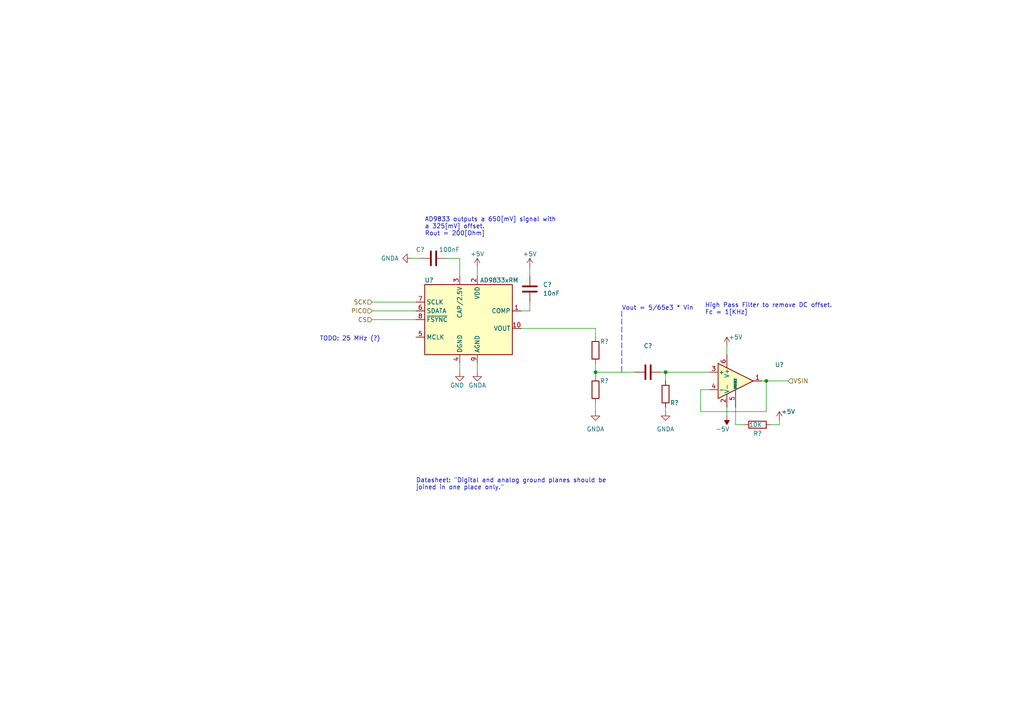
<source format=kicad_sch>
(kicad_sch (version 20211123) (generator eeschema)
  (paper "A4")
  (lib_symbols
    (symbol "Amplifier_Operational:ADA4807-1" (pin_names (offset 0.127))
      (property "Reference" "U" (at 1.27 3.81 0))
      (property "Value" "ADA4807-1" (at 1.27 -3.81 0))
      (symbol "ADA4807-1_0_1"
        (polyline (pts (xy -5.08 5.08) (xy 5.08 0) (xy -5.08 -5.08) (xy -5.08 5.08)) (stroke (width 0.254)) (fill (type background)))
      )
      (symbol "ADA4807-1_1_1"
        (pin output line (at 7.62 0 180) (length 2.54) (name "~") (number "1"))
        (pin power_in line (at -2.54 -7.62 90) (length 3.81) (name "V-") (number "2"))
        (pin input line (at -7.62 2.54 0) (length 2.54) (name "+") (number "3"))
        (pin input line (at -7.62 -2.54 0) (length 2.54) (name "-") (number "4"))
        (pin input line (at 0 -7.62 90) (length 5.08) (name "~{DISABLE}") (number "5"))
        (pin power_in line (at -2.54 7.62 270) (length 3.81) (name "V+") (number "6"))
      )
    )
    (symbol "Device:C" (pin_numbers hide) (pin_names (offset 0.254))
      (property "Reference" "C" (at 0.635 2.54 0))
      (property "Value" "C" (at 0.635 -2.54 0))
      (symbol "C_0_1"
        (polyline (pts (xy -2.032 -0.762) (xy 2.032 -0.762)) (stroke (width 0.508)))
        (polyline (pts (xy -2.032 0.762) (xy 2.032 0.762)) (stroke (width 0.508)))
      )
      (symbol "C_1_1"
        (pin passive line (at 0 3.81 270) (length 2.794) (name "~") (number "1"))
        (pin passive line (at 0 -3.81 90) (length 2.794) (name "~") (number "2"))
      )
    )
    (symbol "Device:R" (pin_numbers hide) (pin_names (offset 0))
      (property "Reference" "R" (at 2.032 0 90))
      (property "Value" "R" (at 0 0 90))
      (symbol "R_0_1"
        (rectangle (start -1.016 -2.54) (end 1.016 2.54) (stroke (width 0.254)))
      )
      (symbol "R_1_1"
        (pin passive line (at 0 3.81 270) (length 1.27) (name "~") (number "1"))
        (pin passive line (at 0 -3.81 90) (length 1.27) (name "~") (number "2"))
      )
    )
    (symbol "Interface:AD9833xRM"
      (property "Reference" "U" (at -12.7 11.43 0))
      (property "Value" "AD9833xRM" (at 5.08 11.43 0))
      (symbol "AD9833xRM_0_1"
        (rectangle (start -12.7 10.16) (end 12.7 -10.16) (stroke (width 0.254)) (fill (type background)))
      )
      (symbol "AD9833xRM_1_1"
        (pin passive line (at 15.24 2.54 180) (length 2.54) (name "COMP") (number "1"))
        (pin output line (at 15.24 -2.54 180) (length 2.54) (name "VOUT") (number "10"))
        (pin power_in line (at 2.54 12.7 270) (length 2.54) (name "VDD") (number "2"))
        (pin power_in line (at -2.54 12.7 270) (length 2.54) (name "CAP/2.5V") (number "3"))
        (pin power_in line (at -2.54 -12.7 90) (length 2.54) (name "DGND") (number "4"))
        (pin input line (at -15.24 -5.08 0) (length 2.54) (name "MCLK") (number "5"))
        (pin input line (at -15.24 2.54 0) (length 2.54) (name "SDATA") (number "6"))
        (pin input line (at -15.24 5.08 0) (length 2.54) (name "SCLK") (number "7"))
        (pin input line (at -15.24 0 0) (length 2.54) (name "~{FSYNC}") (number "8"))
        (pin power_in line (at 2.54 -12.7 90) (length 2.54) (name "AGND") (number "9"))
      )
    )
    (symbol "power:+5V" (power) (pin_names (offset 0))
      (property "Value" "+5V" (at 0 3.556 0))
      (symbol "+5V_0_1"
        (polyline (pts (xy -0.762 1.27) (xy 0 2.54)))
        (polyline (pts (xy 0 0) (xy 0 2.54)))
        (polyline (pts (xy 0 2.54) (xy 0.762 1.27)))
      )
      (symbol "+5V_1_1"
        (pin power_in line (at 0 0 90) (length 0) hide (name "+5V") (number "1"))
      )
    )
    (symbol "power:-5V" (power) (pin_names (offset 0))
      (property "Value" "-5V" (at 0 3.81 0))
      (symbol "-5V_0_0"
        (pin power_in line (at 0 0 90) (length 0) hide (name "-5V") (number "1"))
      )
      (symbol "-5V_0_1"
        (polyline (pts (xy 0 0) (xy 0 1.27) (xy 0.762 1.27) (xy 0 2.54) (xy -0.762 1.27) (xy 0 1.27)) (fill (type outline)))
      )
    )
    (symbol "power:GND" (power) (pin_names (offset 0))
      (property "Value" "GND" (at 0 -3.81 0))
      (symbol "GND_0_1"
        (polyline (pts (xy 0 0) (xy 0 -1.27) (xy 1.27 -1.27) (xy 0 -2.54) (xy -1.27 -1.27) (xy 0 -1.27)))
      )
      (symbol "GND_1_1"
        (pin power_in line (at 0 0 270) (length 0) hide (name "GND") (number "1"))
      )
    )
    (symbol "power:GNDA" (power) (pin_names (offset 0))
      (property "Value" "GNDA" (at 0 -3.81 0))
      (symbol "GNDA_0_1"
        (polyline (pts (xy 0 0) (xy 0 -1.27) (xy 1.27 -1.27) (xy 0 -2.54) (xy -1.27 -1.27) (xy 0 -1.27)))
      )
      (symbol "GNDA_1_1"
        (pin power_in line (at 0 0 270) (length 0) hide (name "GNDA") (number "1"))
      )
    )
  )
  (junction (at 193.04 107.95))
  (junction (at 172.72 107.95))
  (junction (at 222.25 110.49))
  (wire (pts (xy 203.2 113.03) (xy 203.2 119.38)))
  (wire (pts (xy 203.2 119.38) (xy 222.25 119.38)))
  (wire (pts (xy 107.95 87.63) (xy 120.65 87.63)))
  (wire (pts (xy 172.72 95.25) (xy 172.72 97.79)))
  (wire (pts (xy 226.06 121.92) (xy 226.06 123.19)))
  (wire (pts (xy 193.04 118.11) (xy 193.04 119.38)))
  (wire (pts (xy 107.95 90.17) (xy 120.65 90.17)))
  (wire (pts (xy 222.25 110.49) (xy 220.98 110.49)))
  (wire (pts (xy 193.04 107.95) (xy 205.74 107.95)))
  (wire (pts (xy 223.52 123.19) (xy 226.06 123.19)))
  (wire (pts (xy 172.72 116.84) (xy 172.72 119.38)))
  (wire (pts (xy 193.04 107.95) (xy 193.04 110.49)))
  (wire (pts (xy 107.95 92.71) (xy 120.65 92.71)))
  (wire (pts (xy 191.77 107.95) (xy 193.04 107.95)))
  (wire (pts (xy 133.35 105.41) (xy 133.35 107.95)))
  (wire (pts (xy 222.25 110.49) (xy 228.6 110.49)))
  (wire (pts (xy 213.36 118.11) (xy 213.36 123.19)))
  (wire (pts (xy 151.13 95.25) (xy 172.72 95.25)))
  (wire (pts (xy 222.25 119.38) (xy 222.25 110.49)))
  (wire (pts (xy 119.38 74.93) (xy 121.92 74.93)))
  (wire (pts (xy 153.67 90.17) (xy 151.13 90.17)))
  (wire (pts (xy 133.35 80.01) (xy 133.35 74.93)))
  (wire (pts (xy 172.72 107.95) (xy 184.15 107.95)))
  (wire (pts (xy 172.72 105.41) (xy 172.72 107.95)))
  (wire (pts (xy 153.67 87.63) (xy 153.67 90.17)))
  (polyline (pts (xy 180.34 90.17) (xy 180.34 107.95)))
  (wire (pts (xy 210.82 100.33) (xy 210.82 102.87)))
  (wire (pts (xy 153.67 77.47) (xy 153.67 80.01)))
  (wire (pts (xy 138.43 77.47) (xy 138.43 80.01)))
  (wire (pts (xy 133.35 74.93) (xy 129.54 74.93)))
  (wire (pts (xy 205.74 113.03) (xy 203.2 113.03)))
  (wire (pts (xy 138.43 105.41) (xy 138.43 107.95)))
  (wire (pts (xy 213.36 123.19) (xy 215.9 123.19)))
  (wire (pts (xy 210.82 118.11) (xy 210.82 120.65)))
  (wire (pts (xy 172.72 107.95) (xy 172.72 109.22)))
  (text "High Pass Filter to remove DC offset.\nFc = 1[KHz]" (at 204.47 91.44 0) (effects (font (size 1.27 1.27)) (justify left bottom)))
  (text "Datasheet: \"Digital and analog ground planes should be\njoined in one place only.\"" (at 120.65 142.24 0) (effects (font (size 1.27 1.27)) (justify left bottom)))
  (text "TODO: 25 MHz (?)" (at 92.71 99.06 0) (effects (font (size 1.27 1.27)) (justify left bottom)))
  (text "AD9833 outputs a 650[mV] signal with\na 325[mV] offset.\nRout = 200[Ohm]" (at 123.19 68.58 0) (effects (font (size 1.27 1.27)) (justify left bottom)))
  (text "Vout = 5/65e3 * Vin" (at 180.34 90.17 0) (effects (font (size 1.27 1.27)) (justify left bottom)))
  (hierarchical_label "VSIN" (shape input) (at 228.6 110.49 0))
  (hierarchical_label "SCK" (shape input) (at 107.95 87.63 180))
  (hierarchical_label "CS" (shape input) (at 107.95 92.71 180))
  (hierarchical_label "PICO" (shape input) (at 107.95 90.17 180))
  (symbol (lib_id "power:+5V") (at 153.67 77.47 0) (unit 1)
    (property "Reference" "#PWR?" (effects hide))
    (property "Value" "+5V" (at 153.67 73.66 0))
  )
  (symbol (lib_id "Interface:AD9833xRM") (at 135.89 92.71 0) (unit 1)
    (property "Reference" "U?" (at 124.46 81.28 0))
    (property "Value" "AD9833xRM" (at 144.78 81.28 0))
    (property "Footprint" "Package_SO:MSOP-10_3x3mm_P0.5mm" (effects hide))
    (property "Datasheet" "https://www.analog.com/media/en/technical-documentation/data-sheets/ad9833.pdf" (effects hide))
  )
  (symbol (lib_id "Device:C") (at 125.73 74.93 90) (unit 1)
    (property "Reference" "C?" (at 123.19 72.39 90) (effects (justify left)))
    (property "Value" "100nF" (at 133.35 72.39 90) (effects (justify left)))
  )
  (symbol (lib_id "power:+5V") (at 138.43 77.47 0) (unit 1)
    (property "Reference" "#PWR?" (effects hide))
    (property "Value" "+5V" (at 138.43 73.66 0))
  )
  (symbol (lib_id "power:GND") (at 133.35 107.95 0) (unit 1)
    (property "Reference" "#PWR?" (effects hide))
    (property "Value" "GND" (at 134.62 111.76 0) (effects (justify right)))
  )
  (symbol (lib_id "Device:C") (at 153.67 83.82 180) (unit 1)
    (property "Reference" "C?" (at 157.48 82.5499 0) (effects (justify right)))
    (property "Value" "10nF" (at 157.48 85.0899 0) (effects (justify right)))
  )
  (symbol (lib_id "power:-5V") (at 210.82 120.65 180) (unit 1)
    (property "Reference" "#PWR?" (effects hide))
    (property "Value" "-5V" (at 209.55 124.46 0))
  )
  (symbol (lib_id "Device:R") (at 172.72 101.6 0) (unit 1)
    (property "Reference" "R?" (at 173.99 99.06 0) (effects (justify left)))
  )
  (symbol (lib_id "power:+5V") (at 226.06 121.92 0) (unit 1)
    (property "Reference" "#PWR?" (effects hide))
    (property "Value" "+5V" (at 228.6 119.38 0))
  )
  (symbol (lib_id "power:GNDA") (at 138.43 107.95 0) (unit 1)
    (property "Reference" "#PWR?" (effects hide))
    (property "Value" "GNDA" (at 138.43 111.76 0))
  )
  (symbol (lib_id "power:GNDA") (at 119.38 74.93 270) (unit 1)
    (property "Reference" "#PWR?" (effects hide))
    (property "Value" "GNDA" (at 110.49 74.93 90) (effects (justify left)))
  )
  (symbol (lib_id "power:GNDA") (at 172.72 119.38 0) (unit 1)
    (property "Reference" "#PWR?" (effects hide))
    (property "Value" "GNDA" (at 172.72 124.46 0))
  )
  (symbol (lib_id "Device:C") (at 187.96 107.95 90) (unit 1)
    (property "Reference" "C?" (at 187.96 100.33 90))
  )
  (symbol (lib_id "Device:R") (at 193.04 114.3 180) (unit 1)
    (property "Reference" "R?" (at 194.31 116.84 0) (effects (justify right)))
  )
  (symbol (lib_id "power:+5V") (at 210.82 100.33 0) (unit 1)
    (property "Reference" "#PWR?" (effects hide))
    (property "Value" "+5V" (at 213.36 97.79 0))
  )
  (symbol (lib_id "Device:R") (at 172.72 113.03 0) (unit 1)
    (property "Reference" "R?" (at 173.99 110.49 0) (effects (justify left)))
  )
  (symbol (lib_id "Amplifier_Operational:ADA4807-1") (at 213.36 110.49 0) (unit 1)
    (property "Reference" "U?" (at 226.06 105.791 0))
    (property "Datasheet" "https://www.analog.com/media/en/technical-documentation/data-sheets/ADA4807-1_4807-2_4807-4.pdf" (effects hide))
  )
  (symbol (lib_id "Device:R") (at 219.71 123.19 270) (unit 1)
    (property "Reference" "R?" (at 218.44 125.73 90) (effects (justify left)))
    (property "Value" "10K" (at 217.17 123.19 90) (effects (justify left)))
    (property "Footprint" "Resistor_SMD:R_0402_1005Metric_Pad0.72x0.64mm_HandSolder" (effects hide))
    (property "Link" "https://www.digikey.com/en/products/detail/koa-speer-electronics-inc/SG73P1EWTTP1002F/14316756" (effects hide))
  )
  (symbol (lib_id "power:GNDA") (at 193.04 119.38 0) (unit 1)
    (property "Reference" "#PWR?" (effects hide))
    (property "Value" "GNDA" (at 193.04 124.46 0))
  )
)
</source>
